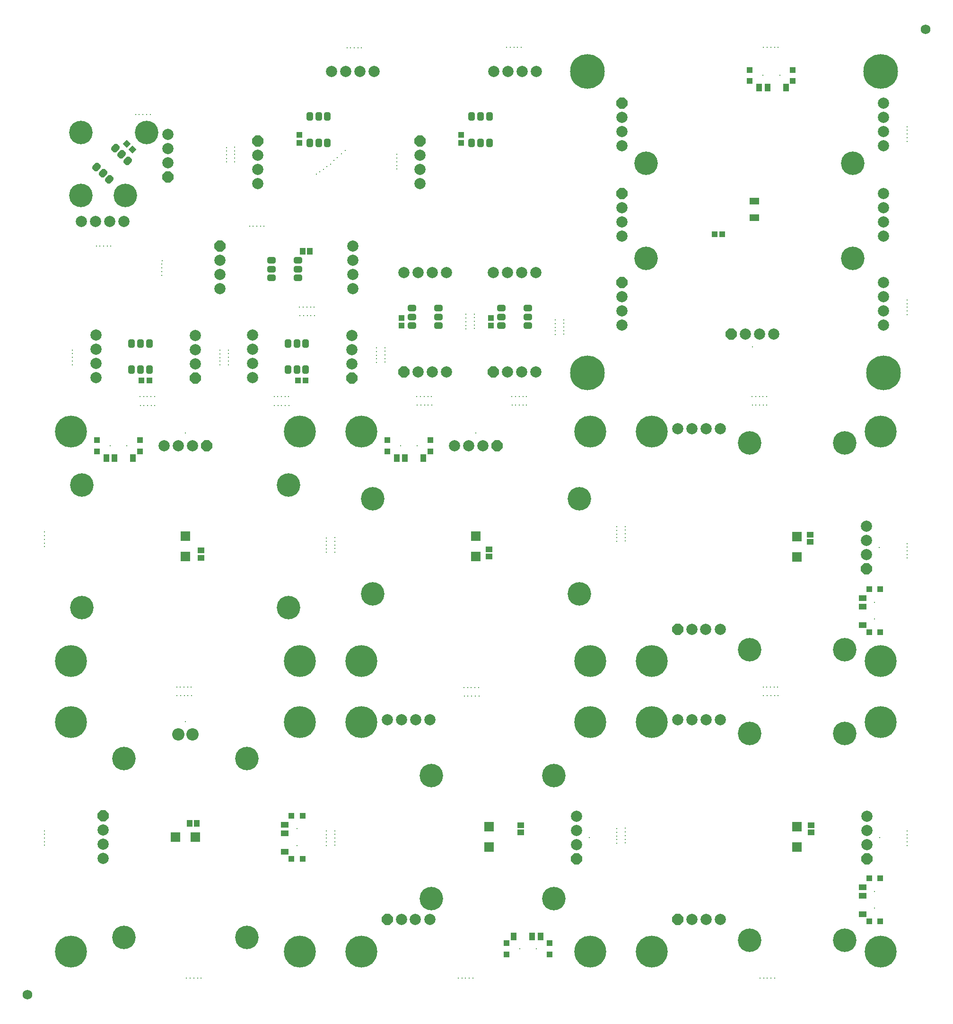
<source format=gts>
G04 Layer_Color=8388736*
%FSLAX44Y44*%
%MOMM*%
G71*
G01*
G75*
%ADD44P,1.4894X4X90.0*%
G04:AMPARAMS|DCode=45|XSize=1.5032mm|YSize=1.2032mm|CornerRadius=0.3516mm|HoleSize=0mm|Usage=FLASHONLY|Rotation=225.000|XOffset=0mm|YOffset=0mm|HoleType=Round|Shape=RoundedRectangle|*
%AMROUNDEDRECTD45*
21,1,1.5032,0.5000,0,0,225.0*
21,1,0.8000,1.2032,0,0,225.0*
1,1,0.7032,-0.4596,-0.1061*
1,1,0.7032,0.1061,0.4596*
1,1,0.7032,0.4596,0.1061*
1,1,0.7032,-0.1061,-0.4596*
%
%ADD45ROUNDEDRECTD45*%
%ADD46R,1.0532X1.0532*%
G04:AMPARAMS|DCode=47|XSize=1.5032mm|YSize=1.2032mm|CornerRadius=0.3516mm|HoleSize=0mm|Usage=FLASHONLY|Rotation=270.000|XOffset=0mm|YOffset=0mm|HoleType=Round|Shape=RoundedRectangle|*
%AMROUNDEDRECTD47*
21,1,1.5032,0.5000,0,0,270.0*
21,1,0.8000,1.2032,0,0,270.0*
1,1,0.7032,-0.2500,-0.4000*
1,1,0.7032,-0.2500,0.4000*
1,1,0.7032,0.2500,0.4000*
1,1,0.7032,0.2500,-0.4000*
%
%ADD47ROUNDEDRECTD47*%
G04:AMPARAMS|DCode=48|XSize=1.5032mm|YSize=1.2032mm|CornerRadius=0.3516mm|HoleSize=0mm|Usage=FLASHONLY|Rotation=360.000|XOffset=0mm|YOffset=0mm|HoleType=Round|Shape=RoundedRectangle|*
%AMROUNDEDRECTD48*
21,1,1.5032,0.5000,0,0,360.0*
21,1,0.8000,1.2032,0,0,360.0*
1,1,0.7032,0.4000,-0.2500*
1,1,0.7032,-0.4000,-0.2500*
1,1,0.7032,-0.4000,0.2500*
1,1,0.7032,0.4000,0.2500*
%
%ADD48ROUNDEDRECTD48*%
%ADD49R,1.0532X1.1532*%
%ADD50R,1.1032X1.4532*%
%ADD51R,1.0032X1.1032*%
%ADD52R,1.8032X1.2032*%
%ADD53R,1.0532X1.0532*%
%ADD54R,1.8032X1.7032*%
%ADD55R,1.1532X1.0532*%
%ADD56R,1.1032X1.0032*%
%ADD57R,1.4532X1.1032*%
%ADD58R,1.7032X1.8032*%
%ADD59C,0.2032*%
%ADD60C,1.7272*%
%ADD61C,2.0032*%
%ADD62P,2.1683X8X112.5*%
%ADD63C,4.2032*%
%ADD64C,6.2032*%
%ADD65P,2.1683X8X22.5*%
G04:AMPARAMS|DCode=66|XSize=0.2032mm|YSize=0.2032mm|CornerRadius=0mm|HoleSize=0mm|Usage=FLASHONLY|Rotation=0.000|XOffset=0mm|YOffset=0mm|HoleType=Round|Shape=RoundedRectangle|*
%AMROUNDEDRECTD66*
21,1,0.2032,0.2032,0,0,0.0*
21,1,0.2032,0.2032,0,0,0.0*
1,1,0.0000,0.1016,-0.1016*
1,1,0.0000,-0.1016,-0.1016*
1,1,0.0000,-0.1016,0.1016*
1,1,0.0000,0.1016,0.1016*
%
%ADD66ROUNDEDRECTD66*%
%ADD67P,2.1683X8X382.5*%
%ADD68C,5.7032*%
G04:AMPARAMS|DCode=69|XSize=0.2032mm|YSize=0.2032mm|CornerRadius=0mm|HoleSize=0mm|Usage=FLASHONLY|Rotation=90.000|XOffset=0mm|YOffset=0mm|HoleType=Round|Shape=RoundedRectangle|*
%AMROUNDEDRECTD69*
21,1,0.2032,0.2032,0,0,90.0*
21,1,0.2032,0.2032,0,0,90.0*
1,1,0.0000,0.1016,0.1016*
1,1,0.0000,0.1016,-0.1016*
1,1,0.0000,-0.1016,-0.1016*
1,1,0.0000,-0.1016,0.1016*
%
%ADD69ROUNDEDRECTD69*%
%ADD70C,2.2032*%
D44*
X195560Y1540170D02*
D03*
X205459Y1530271D02*
D03*
D45*
X174540Y1532174D02*
D03*
X185677Y1521037D02*
D03*
X196814Y1509900D02*
D03*
X163580Y1476666D02*
D03*
X152443Y1487803D02*
D03*
X141306Y1498940D02*
D03*
D46*
X503988Y1555750D02*
D03*
Y1541750D02*
D03*
X793988Y1555750D02*
D03*
Y1541750D02*
D03*
X687000Y1228500D02*
D03*
Y1214500D02*
D03*
X847000Y1228500D02*
D03*
Y1214500D02*
D03*
D47*
X554238Y1588750D02*
D03*
X538488D02*
D03*
X522738D02*
D03*
Y1541750D02*
D03*
X538488D02*
D03*
X554238D02*
D03*
X844238Y1588750D02*
D03*
X828488D02*
D03*
X812738D02*
D03*
Y1541750D02*
D03*
X828488D02*
D03*
X844238D02*
D03*
X235500Y1183000D02*
D03*
X219750D02*
D03*
X204000D02*
D03*
Y1136000D02*
D03*
X219750D02*
D03*
X235500D02*
D03*
X515500Y1183000D02*
D03*
X499750D02*
D03*
X484000D02*
D03*
Y1136000D02*
D03*
X499750D02*
D03*
X515500D02*
D03*
D48*
X454500Y1300250D02*
D03*
Y1316000D02*
D03*
Y1331750D02*
D03*
X501500D02*
D03*
Y1316000D02*
D03*
Y1300250D02*
D03*
X753000Y1214500D02*
D03*
Y1230250D02*
D03*
Y1246000D02*
D03*
X706000D02*
D03*
Y1230250D02*
D03*
Y1214500D02*
D03*
X913000D02*
D03*
Y1230250D02*
D03*
Y1246000D02*
D03*
X866000D02*
D03*
Y1230250D02*
D03*
Y1214500D02*
D03*
D49*
X510000Y1348000D02*
D03*
X523000D02*
D03*
X320500Y324000D02*
D03*
X307500D02*
D03*
D50*
X1375010Y1640750D02*
D03*
X1342010D02*
D03*
X1327010D02*
D03*
X206395Y978250D02*
D03*
X173395D02*
D03*
X158395D02*
D03*
X726395Y978250D02*
D03*
X693395D02*
D03*
X678395D02*
D03*
X935605Y121750D02*
D03*
X920605D02*
D03*
X887605D02*
D03*
D51*
X1310510Y1672500D02*
D03*
Y1652500D02*
D03*
X1387510Y1672500D02*
D03*
Y1652500D02*
D03*
X141895Y1010000D02*
D03*
Y990000D02*
D03*
X218895Y1010000D02*
D03*
Y990000D02*
D03*
X661895Y1010000D02*
D03*
Y990000D02*
D03*
X738895Y1010000D02*
D03*
Y990000D02*
D03*
X875105Y110000D02*
D03*
Y90000D02*
D03*
X952105Y110000D02*
D03*
Y90000D02*
D03*
D52*
X1319000Y1408000D02*
D03*
Y1438000D02*
D03*
D53*
X1247250Y1378000D02*
D03*
X1261250D02*
D03*
X221500Y1117000D02*
D03*
X235500D02*
D03*
X501500D02*
D03*
X515500D02*
D03*
D54*
X300000Y838000D02*
D03*
Y802000D02*
D03*
X820000Y838000D02*
D03*
Y802000D02*
D03*
X1394800Y836920D02*
D03*
Y800920D02*
D03*
X1395000Y282000D02*
D03*
Y318000D02*
D03*
X844000D02*
D03*
Y282000D02*
D03*
D55*
X328000Y799500D02*
D03*
Y812500D02*
D03*
X844000Y801500D02*
D03*
Y814500D02*
D03*
X1418930Y827660D02*
D03*
Y840660D02*
D03*
X1420000Y321000D02*
D03*
Y308000D02*
D03*
X900000D02*
D03*
Y321000D02*
D03*
D56*
X1524000Y666500D02*
D03*
X1544000D02*
D03*
X1524000Y743500D02*
D03*
X1544000D02*
D03*
X1544000Y226105D02*
D03*
X1524000D02*
D03*
X1544000Y149105D02*
D03*
X1524000D02*
D03*
X490000Y261105D02*
D03*
X510000D02*
D03*
X490000Y338105D02*
D03*
X510000D02*
D03*
D57*
X1512250Y727000D02*
D03*
Y712000D02*
D03*
Y679000D02*
D03*
X1512250Y161605D02*
D03*
Y194605D02*
D03*
Y209605D02*
D03*
X478250Y321605D02*
D03*
Y306605D02*
D03*
Y273605D02*
D03*
D58*
X282000Y300000D02*
D03*
X318000D02*
D03*
D59*
X586000Y1528000D02*
D03*
X579250Y1522000D02*
D03*
X572000Y1515250D02*
D03*
X566000Y1510000D02*
D03*
X560000Y1504000D02*
D03*
X553000Y1499000D02*
D03*
X547000Y1494000D02*
D03*
X541000Y1490000D02*
D03*
X388500Y1508000D02*
D03*
Y1514500D02*
D03*
Y1527750D02*
D03*
Y1521250D02*
D03*
Y1534000D02*
D03*
X374000Y1533500D02*
D03*
Y1520750D02*
D03*
Y1527250D02*
D03*
Y1514000D02*
D03*
Y1507500D02*
D03*
X415000Y1392500D02*
D03*
X421500D02*
D03*
X434750D02*
D03*
X428250D02*
D03*
X441000D02*
D03*
X678500Y1495000D02*
D03*
Y1501500D02*
D03*
Y1514750D02*
D03*
Y1508250D02*
D03*
Y1521000D02*
D03*
X535000Y1486000D02*
D03*
X875000Y1712500D02*
D03*
X881500D02*
D03*
X894750D02*
D03*
X888250D02*
D03*
X901000D02*
D03*
X589500Y1712250D02*
D03*
X602250D02*
D03*
X595750D02*
D03*
X609000D02*
D03*
X615500D02*
D03*
X211250Y1592250D02*
D03*
X224000D02*
D03*
X217500D02*
D03*
X230750D02*
D03*
X237250D02*
D03*
X166750Y1357500D02*
D03*
X160250D02*
D03*
X147000D02*
D03*
X153500D02*
D03*
X140750D02*
D03*
X257500Y1305000D02*
D03*
Y1311500D02*
D03*
Y1324750D02*
D03*
Y1318250D02*
D03*
X258250Y1331000D02*
D03*
X97500Y1145000D02*
D03*
Y1151500D02*
D03*
Y1164750D02*
D03*
Y1158250D02*
D03*
Y1171000D02*
D03*
X1361000Y1712500D02*
D03*
X1348250D02*
D03*
X1354750D02*
D03*
X1341500D02*
D03*
X1335000D02*
D03*
X47750Y845500D02*
D03*
Y839000D02*
D03*
Y825750D02*
D03*
Y832250D02*
D03*
Y819500D02*
D03*
X567750Y835500D02*
D03*
Y829000D02*
D03*
Y815750D02*
D03*
Y822250D02*
D03*
Y809500D02*
D03*
X552500Y809000D02*
D03*
Y821750D02*
D03*
Y815250D02*
D03*
Y828500D02*
D03*
Y835000D02*
D03*
X245500Y1072250D02*
D03*
X239000D02*
D03*
X225750D02*
D03*
X232250D02*
D03*
X219500D02*
D03*
X219000Y1087500D02*
D03*
X231750D02*
D03*
X225250D02*
D03*
X238500D02*
D03*
X245000D02*
D03*
X485500Y1072250D02*
D03*
X479000D02*
D03*
X465750D02*
D03*
X472250D02*
D03*
X459500D02*
D03*
X459000Y1087500D02*
D03*
X471750D02*
D03*
X465250D02*
D03*
X478500D02*
D03*
X485000D02*
D03*
X362250Y1144500D02*
D03*
Y1151000D02*
D03*
Y1164250D02*
D03*
Y1157750D02*
D03*
Y1170500D02*
D03*
X377500Y1171000D02*
D03*
Y1158250D02*
D03*
Y1164750D02*
D03*
Y1151500D02*
D03*
Y1145000D02*
D03*
X504500Y1247750D02*
D03*
X511000D02*
D03*
X524250D02*
D03*
X517750D02*
D03*
X530500D02*
D03*
X531000Y1232500D02*
D03*
X518250D02*
D03*
X524750D02*
D03*
X511500D02*
D03*
X505000D02*
D03*
X884500Y1087750D02*
D03*
X891000D02*
D03*
X904250D02*
D03*
X897750D02*
D03*
X910500D02*
D03*
X911000Y1072500D02*
D03*
X898250D02*
D03*
X904750D02*
D03*
X891500D02*
D03*
X885000D02*
D03*
X714500Y1087750D02*
D03*
X721000D02*
D03*
X734250D02*
D03*
X727750D02*
D03*
X740500D02*
D03*
X741000Y1072500D02*
D03*
X728250D02*
D03*
X734750D02*
D03*
X721500D02*
D03*
X715000D02*
D03*
X657750Y1175500D02*
D03*
Y1169000D02*
D03*
Y1155750D02*
D03*
Y1162250D02*
D03*
Y1149500D02*
D03*
X642500Y1149000D02*
D03*
Y1161750D02*
D03*
Y1155250D02*
D03*
Y1168500D02*
D03*
Y1175000D02*
D03*
X817750Y1235500D02*
D03*
Y1229000D02*
D03*
Y1215750D02*
D03*
Y1222250D02*
D03*
Y1209500D02*
D03*
X802500Y1209000D02*
D03*
Y1221750D02*
D03*
Y1215250D02*
D03*
Y1228500D02*
D03*
Y1235000D02*
D03*
X977750Y1225500D02*
D03*
Y1219000D02*
D03*
Y1205750D02*
D03*
Y1212250D02*
D03*
Y1199500D02*
D03*
X962500Y1199000D02*
D03*
Y1211750D02*
D03*
Y1205250D02*
D03*
Y1218500D02*
D03*
Y1225000D02*
D03*
X1592250Y1544500D02*
D03*
Y1551000D02*
D03*
Y1564250D02*
D03*
Y1557750D02*
D03*
Y1570500D02*
D03*
Y1234500D02*
D03*
Y1241000D02*
D03*
Y1254250D02*
D03*
Y1247750D02*
D03*
Y1260500D02*
D03*
X1314500Y1087750D02*
D03*
X1321000D02*
D03*
X1334250D02*
D03*
X1327750D02*
D03*
X1340500D02*
D03*
X1341000Y1072500D02*
D03*
X1328250D02*
D03*
X1334750D02*
D03*
X1321500D02*
D03*
X1315000D02*
D03*
X1087750Y855500D02*
D03*
Y849000D02*
D03*
Y835750D02*
D03*
Y842250D02*
D03*
Y829500D02*
D03*
X1072500Y829000D02*
D03*
Y841750D02*
D03*
Y835250D02*
D03*
Y848500D02*
D03*
Y855000D02*
D03*
X1592500Y799000D02*
D03*
Y811750D02*
D03*
Y805250D02*
D03*
Y818500D02*
D03*
Y825000D02*
D03*
X1329000Y47500D02*
D03*
X1341750D02*
D03*
X1335250D02*
D03*
X1348500D02*
D03*
X1355000D02*
D03*
X1592250Y284500D02*
D03*
Y291000D02*
D03*
Y304250D02*
D03*
Y297750D02*
D03*
Y310500D02*
D03*
X1334500Y567750D02*
D03*
X1341000D02*
D03*
X1354250D02*
D03*
X1347750D02*
D03*
X1360500D02*
D03*
X1361000Y552500D02*
D03*
X1348250D02*
D03*
X1354750D02*
D03*
X1341500D02*
D03*
X1335000D02*
D03*
X1087750Y315500D02*
D03*
Y309000D02*
D03*
Y295750D02*
D03*
Y302250D02*
D03*
Y289500D02*
D03*
X1072500Y289000D02*
D03*
Y301750D02*
D03*
Y295250D02*
D03*
Y308500D02*
D03*
Y315000D02*
D03*
X825500Y552250D02*
D03*
X819000D02*
D03*
X805750D02*
D03*
X812250D02*
D03*
X799500D02*
D03*
X799000Y567500D02*
D03*
X811750D02*
D03*
X805250D02*
D03*
X818500D02*
D03*
X825000D02*
D03*
X789000Y47500D02*
D03*
X801750D02*
D03*
X795250D02*
D03*
X808500D02*
D03*
X815000D02*
D03*
X552250Y284500D02*
D03*
Y291000D02*
D03*
Y304250D02*
D03*
Y297750D02*
D03*
Y310500D02*
D03*
X567500Y311000D02*
D03*
Y298250D02*
D03*
Y304750D02*
D03*
Y291500D02*
D03*
Y285000D02*
D03*
X47500Y311000D02*
D03*
Y298250D02*
D03*
Y304750D02*
D03*
Y291500D02*
D03*
Y285000D02*
D03*
X284500Y567750D02*
D03*
X291000D02*
D03*
X304250D02*
D03*
X297750D02*
D03*
X310500D02*
D03*
X311000Y552500D02*
D03*
X298250D02*
D03*
X304750D02*
D03*
X291500D02*
D03*
X285000D02*
D03*
X328000Y47750D02*
D03*
X315250D02*
D03*
X321750D02*
D03*
X308500D02*
D03*
X302000D02*
D03*
X1334010Y1662500D02*
D03*
X1364010D02*
D03*
X165395Y1000000D02*
D03*
X195395D02*
D03*
X685395Y1000000D02*
D03*
X715395D02*
D03*
X1534000Y690000D02*
D03*
Y720000D02*
D03*
X1534000Y202605D02*
D03*
Y172605D02*
D03*
X898605Y100000D02*
D03*
X928605D02*
D03*
X500000Y284605D02*
D03*
Y314605D02*
D03*
D60*
X17500Y17500D02*
D03*
X1625000Y1745000D02*
D03*
D61*
X268810Y1557020D02*
D03*
Y1531620D02*
D03*
Y1506220D02*
D03*
X164820Y1400870D02*
D03*
X139420D02*
D03*
X114020D02*
D03*
X190220D02*
D03*
X429988Y1520000D02*
D03*
Y1494600D02*
D03*
Y1469200D02*
D03*
X561888Y1670000D02*
D03*
X638088D02*
D03*
X612688D02*
D03*
X587288D02*
D03*
X719988Y1520000D02*
D03*
Y1494600D02*
D03*
Y1469200D02*
D03*
X851888Y1670000D02*
D03*
X928088D02*
D03*
X902688D02*
D03*
X877288D02*
D03*
X362000Y1280600D02*
D03*
Y1306000D02*
D03*
Y1331400D02*
D03*
X600000D02*
D03*
Y1306000D02*
D03*
Y1280600D02*
D03*
Y1356800D02*
D03*
X1550000Y1266500D02*
D03*
Y1241100D02*
D03*
Y1215700D02*
D03*
Y1291900D02*
D03*
X1082000Y1215450D02*
D03*
Y1240850D02*
D03*
Y1266250D02*
D03*
X1550000Y1612450D02*
D03*
Y1536250D02*
D03*
Y1561650D02*
D03*
Y1587050D02*
D03*
X1353100Y1200000D02*
D03*
X1327700D02*
D03*
X1302300D02*
D03*
X1082000Y1536400D02*
D03*
Y1561800D02*
D03*
Y1587200D02*
D03*
X1550000Y1450850D02*
D03*
Y1374650D02*
D03*
Y1400050D02*
D03*
Y1425450D02*
D03*
X1082000Y1374650D02*
D03*
Y1400050D02*
D03*
Y1425450D02*
D03*
X716500Y1132250D02*
D03*
X741900D02*
D03*
X767300D02*
D03*
X691400Y1310000D02*
D03*
X767600D02*
D03*
X742200D02*
D03*
X716800D02*
D03*
X317750Y1146500D02*
D03*
Y1171900D02*
D03*
Y1197300D02*
D03*
X140000Y1121400D02*
D03*
Y1197600D02*
D03*
Y1172200D02*
D03*
Y1146800D02*
D03*
X597750Y1146500D02*
D03*
Y1171900D02*
D03*
Y1197300D02*
D03*
X420000Y1121400D02*
D03*
Y1197600D02*
D03*
Y1172200D02*
D03*
Y1146800D02*
D03*
X876500Y1132250D02*
D03*
X901900D02*
D03*
X927300D02*
D03*
X851400Y1310000D02*
D03*
X927600D02*
D03*
X902200D02*
D03*
X876800D02*
D03*
X312700Y1000000D02*
D03*
X287300D02*
D03*
X261900D02*
D03*
X832700Y1000000D02*
D03*
X807300D02*
D03*
X781900D02*
D03*
X1181800Y1030000D02*
D03*
X1258000D02*
D03*
X1232600D02*
D03*
X1207200D02*
D03*
X1519260Y855750D02*
D03*
Y830350D02*
D03*
Y804950D02*
D03*
X1257640Y671600D02*
D03*
X1231540D02*
D03*
X1206840D02*
D03*
X1520000Y285810D02*
D03*
Y311210D02*
D03*
Y336610D02*
D03*
X1207300Y152000D02*
D03*
X1232000D02*
D03*
X1258100D02*
D03*
X1181900Y509500D02*
D03*
X1258100D02*
D03*
X1232700D02*
D03*
X1207300D02*
D03*
X661440D02*
D03*
X737640D02*
D03*
X712240D02*
D03*
X686840D02*
D03*
X1000000Y336610D02*
D03*
Y311210D02*
D03*
Y285810D02*
D03*
X738100Y152000D02*
D03*
X712000D02*
D03*
X687300D02*
D03*
X153000Y261900D02*
D03*
Y287300D02*
D03*
Y312700D02*
D03*
D62*
X268810Y1480820D02*
D03*
X429988Y1545400D02*
D03*
X719988Y1545400D02*
D03*
X362000Y1356800D02*
D03*
X1082000Y1291650D02*
D03*
X1082000Y1612600D02*
D03*
X1082000Y1450850D02*
D03*
X317750Y1121100D02*
D03*
X597750D02*
D03*
X1519260Y779550D02*
D03*
X1520000Y260410D02*
D03*
X1000000D02*
D03*
X153000Y338100D02*
D03*
D63*
X230962Y1560450D02*
D03*
X112962D02*
D03*
Y1447850D02*
D03*
X192962D02*
D03*
X1125000Y1335000D02*
D03*
Y1505000D02*
D03*
X1495000D02*
D03*
Y1335000D02*
D03*
X485000Y930000D02*
D03*
Y710000D02*
D03*
X115000Y930000D02*
D03*
Y710000D02*
D03*
X635000Y735000D02*
D03*
Y905000D02*
D03*
X1005000Y735000D02*
D03*
Y905000D02*
D03*
X1310000Y1005000D02*
D03*
X1480000D02*
D03*
Y635000D02*
D03*
X1310000D02*
D03*
X1310000Y115000D02*
D03*
X1480000D02*
D03*
Y485000D02*
D03*
X1310000D02*
D03*
X740000Y410000D02*
D03*
X960000D02*
D03*
Y190000D02*
D03*
X740000D02*
D03*
X190000Y440000D02*
D03*
X410000D02*
D03*
Y120000D02*
D03*
X190000D02*
D03*
D64*
X1545000Y1670000D02*
D03*
X1020000D02*
D03*
Y1130000D02*
D03*
X1550000D02*
D03*
D65*
X1276900Y1200000D02*
D03*
X338100Y1000000D02*
D03*
X858100Y1000000D02*
D03*
X1181440Y671600D02*
D03*
X1181900Y152000D02*
D03*
X661900D02*
D03*
D66*
X1315000Y1177200D02*
D03*
X300000Y1022800D02*
D03*
X820000Y1022800D02*
D03*
X300000Y506000D02*
D03*
D67*
X691100Y1132250D02*
D03*
X851100D02*
D03*
D68*
X95000Y615000D02*
D03*
Y1025000D02*
D03*
X505000Y615000D02*
D03*
Y1025000D02*
D03*
X1025000D02*
D03*
Y615000D02*
D03*
X615000Y1025000D02*
D03*
Y615000D02*
D03*
X1545000Y615000D02*
D03*
X1135000D02*
D03*
X1545000Y1025000D02*
D03*
X1135000D02*
D03*
X1135000Y505000D02*
D03*
X1545000D02*
D03*
X1135000Y95000D02*
D03*
X1545000D02*
D03*
X1025000D02*
D03*
X615000D02*
D03*
X1025000Y505000D02*
D03*
X615000D02*
D03*
X505000Y95000D02*
D03*
X95000D02*
D03*
X505000Y505000D02*
D03*
X95000D02*
D03*
D69*
X1542060Y817650D02*
D03*
X1542800Y298510D02*
D03*
X1022800D02*
D03*
D70*
X312700Y483200D02*
D03*
X287300D02*
D03*
M02*

</source>
